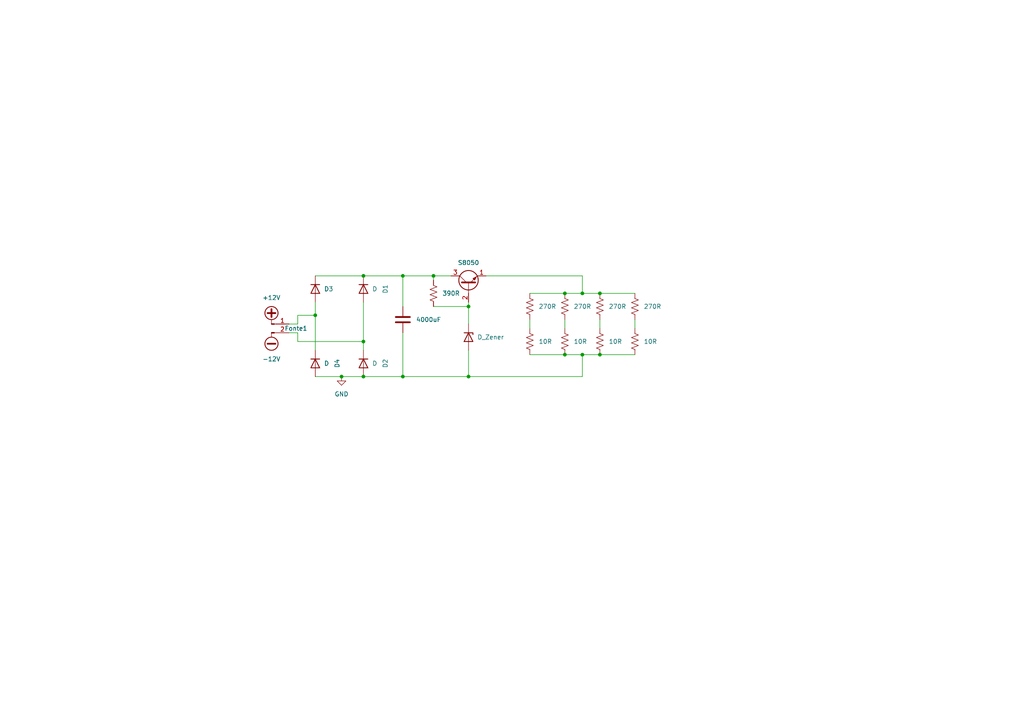
<source format=kicad_sch>
(kicad_sch
	(version 20250114)
	(generator "eeschema")
	(generator_version "9.0")
	(uuid "102bb93a-5b2f-496c-a9f7-b187bfed66e2")
	(paper "A4")
	(lib_symbols
		(symbol "Connector:Conn_01x02_Pin"
			(pin_names
				(offset 1.016)
				(hide yes)
			)
			(exclude_from_sim no)
			(in_bom yes)
			(on_board yes)
			(property "Reference" "J"
				(at 0 2.54 0)
				(effects
					(font
						(size 1.27 1.27)
					)
				)
			)
			(property "Value" "Conn_01x02_Pin"
				(at 0 -5.08 0)
				(effects
					(font
						(size 1.27 1.27)
					)
				)
			)
			(property "Footprint" ""
				(at 0 0 0)
				(effects
					(font
						(size 1.27 1.27)
					)
					(hide yes)
				)
			)
			(property "Datasheet" "~"
				(at 0 0 0)
				(effects
					(font
						(size 1.27 1.27)
					)
					(hide yes)
				)
			)
			(property "Description" "Generic connector, single row, 01x02, script generated"
				(at 0 0 0)
				(effects
					(font
						(size 1.27 1.27)
					)
					(hide yes)
				)
			)
			(property "ki_locked" ""
				(at 0 0 0)
				(effects
					(font
						(size 1.27 1.27)
					)
				)
			)
			(property "ki_keywords" "connector"
				(at 0 0 0)
				(effects
					(font
						(size 1.27 1.27)
					)
					(hide yes)
				)
			)
			(property "ki_fp_filters" "Connector*:*_1x??_*"
				(at 0 0 0)
				(effects
					(font
						(size 1.27 1.27)
					)
					(hide yes)
				)
			)
			(symbol "Conn_01x02_Pin_1_1"
				(rectangle
					(start 0.8636 0.127)
					(end 0 -0.127)
					(stroke
						(width 0.1524)
						(type default)
					)
					(fill
						(type outline)
					)
				)
				(rectangle
					(start 0.8636 -2.413)
					(end 0 -2.667)
					(stroke
						(width 0.1524)
						(type default)
					)
					(fill
						(type outline)
					)
				)
				(polyline
					(pts
						(xy 1.27 0) (xy 0.8636 0)
					)
					(stroke
						(width 0.1524)
						(type default)
					)
					(fill
						(type none)
					)
				)
				(polyline
					(pts
						(xy 1.27 -2.54) (xy 0.8636 -2.54)
					)
					(stroke
						(width 0.1524)
						(type default)
					)
					(fill
						(type none)
					)
				)
				(pin passive line
					(at 5.08 0 180)
					(length 3.81)
					(name "Pin_1"
						(effects
							(font
								(size 1.27 1.27)
							)
						)
					)
					(number "1"
						(effects
							(font
								(size 1.27 1.27)
							)
						)
					)
				)
				(pin passive line
					(at 5.08 -2.54 180)
					(length 3.81)
					(name "Pin_2"
						(effects
							(font
								(size 1.27 1.27)
							)
						)
					)
					(number "2"
						(effects
							(font
								(size 1.27 1.27)
							)
						)
					)
				)
			)
			(embedded_fonts no)
		)
		(symbol "Device:C"
			(pin_numbers
				(hide yes)
			)
			(pin_names
				(offset 0.254)
			)
			(exclude_from_sim no)
			(in_bom yes)
			(on_board yes)
			(property "Reference" "C"
				(at 0.635 2.54 0)
				(effects
					(font
						(size 1.27 1.27)
					)
					(justify left)
				)
			)
			(property "Value" "C"
				(at 0.635 -2.54 0)
				(effects
					(font
						(size 1.27 1.27)
					)
					(justify left)
				)
			)
			(property "Footprint" ""
				(at 0.9652 -3.81 0)
				(effects
					(font
						(size 1.27 1.27)
					)
					(hide yes)
				)
			)
			(property "Datasheet" "~"
				(at 0 0 0)
				(effects
					(font
						(size 1.27 1.27)
					)
					(hide yes)
				)
			)
			(property "Description" "Unpolarized capacitor"
				(at 0 0 0)
				(effects
					(font
						(size 1.27 1.27)
					)
					(hide yes)
				)
			)
			(property "ki_keywords" "cap capacitor"
				(at 0 0 0)
				(effects
					(font
						(size 1.27 1.27)
					)
					(hide yes)
				)
			)
			(property "ki_fp_filters" "C_*"
				(at 0 0 0)
				(effects
					(font
						(size 1.27 1.27)
					)
					(hide yes)
				)
			)
			(symbol "C_0_1"
				(polyline
					(pts
						(xy -2.032 0.762) (xy 2.032 0.762)
					)
					(stroke
						(width 0.508)
						(type default)
					)
					(fill
						(type none)
					)
				)
				(polyline
					(pts
						(xy -2.032 -0.762) (xy 2.032 -0.762)
					)
					(stroke
						(width 0.508)
						(type default)
					)
					(fill
						(type none)
					)
				)
			)
			(symbol "C_1_1"
				(pin passive line
					(at 0 3.81 270)
					(length 2.794)
					(name "~"
						(effects
							(font
								(size 1.27 1.27)
							)
						)
					)
					(number "1"
						(effects
							(font
								(size 1.27 1.27)
							)
						)
					)
				)
				(pin passive line
					(at 0 -3.81 90)
					(length 2.794)
					(name "~"
						(effects
							(font
								(size 1.27 1.27)
							)
						)
					)
					(number "2"
						(effects
							(font
								(size 1.27 1.27)
							)
						)
					)
				)
			)
			(embedded_fonts no)
		)
		(symbol "Device:R_US"
			(pin_numbers
				(hide yes)
			)
			(pin_names
				(offset 0)
			)
			(exclude_from_sim no)
			(in_bom yes)
			(on_board yes)
			(property "Reference" "R"
				(at 2.54 0 90)
				(effects
					(font
						(size 1.27 1.27)
					)
				)
			)
			(property "Value" "R_US"
				(at -2.54 0 90)
				(effects
					(font
						(size 1.27 1.27)
					)
				)
			)
			(property "Footprint" ""
				(at 1.016 -0.254 90)
				(effects
					(font
						(size 1.27 1.27)
					)
					(hide yes)
				)
			)
			(property "Datasheet" "~"
				(at 0 0 0)
				(effects
					(font
						(size 1.27 1.27)
					)
					(hide yes)
				)
			)
			(property "Description" "Resistor, US symbol"
				(at 0 0 0)
				(effects
					(font
						(size 1.27 1.27)
					)
					(hide yes)
				)
			)
			(property "ki_keywords" "R res resistor"
				(at 0 0 0)
				(effects
					(font
						(size 1.27 1.27)
					)
					(hide yes)
				)
			)
			(property "ki_fp_filters" "R_*"
				(at 0 0 0)
				(effects
					(font
						(size 1.27 1.27)
					)
					(hide yes)
				)
			)
			(symbol "R_US_0_1"
				(polyline
					(pts
						(xy 0 2.286) (xy 0 2.54)
					)
					(stroke
						(width 0)
						(type default)
					)
					(fill
						(type none)
					)
				)
				(polyline
					(pts
						(xy 0 2.286) (xy 1.016 1.905) (xy 0 1.524) (xy -1.016 1.143) (xy 0 0.762)
					)
					(stroke
						(width 0)
						(type default)
					)
					(fill
						(type none)
					)
				)
				(polyline
					(pts
						(xy 0 0.762) (xy 1.016 0.381) (xy 0 0) (xy -1.016 -0.381) (xy 0 -0.762)
					)
					(stroke
						(width 0)
						(type default)
					)
					(fill
						(type none)
					)
				)
				(polyline
					(pts
						(xy 0 -0.762) (xy 1.016 -1.143) (xy 0 -1.524) (xy -1.016 -1.905) (xy 0 -2.286)
					)
					(stroke
						(width 0)
						(type default)
					)
					(fill
						(type none)
					)
				)
				(polyline
					(pts
						(xy 0 -2.286) (xy 0 -2.54)
					)
					(stroke
						(width 0)
						(type default)
					)
					(fill
						(type none)
					)
				)
			)
			(symbol "R_US_1_1"
				(pin passive line
					(at 0 3.81 270)
					(length 1.27)
					(name "~"
						(effects
							(font
								(size 1.27 1.27)
							)
						)
					)
					(number "1"
						(effects
							(font
								(size 1.27 1.27)
							)
						)
					)
				)
				(pin passive line
					(at 0 -3.81 90)
					(length 1.27)
					(name "~"
						(effects
							(font
								(size 1.27 1.27)
							)
						)
					)
					(number "2"
						(effects
							(font
								(size 1.27 1.27)
							)
						)
					)
				)
			)
			(embedded_fonts no)
		)
		(symbol "Diode:1N4001"
			(pin_numbers
				(hide yes)
			)
			(pin_names
				(hide yes)
			)
			(exclude_from_sim no)
			(in_bom yes)
			(on_board yes)
			(property "Reference" "D"
				(at 0 2.54 0)
				(effects
					(font
						(size 1.27 1.27)
					)
				)
			)
			(property "Value" "1N4001"
				(at 0 -2.54 0)
				(effects
					(font
						(size 1.27 1.27)
					)
				)
			)
			(property "Footprint" "Diode_THT:D_DO-41_SOD81_P10.16mm_Horizontal"
				(at 0 0 0)
				(effects
					(font
						(size 1.27 1.27)
					)
					(hide yes)
				)
			)
			(property "Datasheet" "http://www.vishay.com/docs/88503/1n4001.pdf"
				(at 0 0 0)
				(effects
					(font
						(size 1.27 1.27)
					)
					(hide yes)
				)
			)
			(property "Description" "50V 1A General Purpose Rectifier Diode, DO-41"
				(at 0 0 0)
				(effects
					(font
						(size 1.27 1.27)
					)
					(hide yes)
				)
			)
			(property "Sim.Device" "D"
				(at 0 0 0)
				(effects
					(font
						(size 1.27 1.27)
					)
					(hide yes)
				)
			)
			(property "Sim.Pins" "1=K 2=A"
				(at 0 0 0)
				(effects
					(font
						(size 1.27 1.27)
					)
					(hide yes)
				)
			)
			(property "ki_keywords" "diode"
				(at 0 0 0)
				(effects
					(font
						(size 1.27 1.27)
					)
					(hide yes)
				)
			)
			(property "ki_fp_filters" "D*DO?41*"
				(at 0 0 0)
				(effects
					(font
						(size 1.27 1.27)
					)
					(hide yes)
				)
			)
			(symbol "1N4001_0_1"
				(polyline
					(pts
						(xy -1.27 1.27) (xy -1.27 -1.27)
					)
					(stroke
						(width 0.254)
						(type default)
					)
					(fill
						(type none)
					)
				)
				(polyline
					(pts
						(xy 1.27 1.27) (xy 1.27 -1.27) (xy -1.27 0) (xy 1.27 1.27)
					)
					(stroke
						(width 0.254)
						(type default)
					)
					(fill
						(type none)
					)
				)
				(polyline
					(pts
						(xy 1.27 0) (xy -1.27 0)
					)
					(stroke
						(width 0)
						(type default)
					)
					(fill
						(type none)
					)
				)
			)
			(symbol "1N4001_1_1"
				(pin passive line
					(at -3.81 0 0)
					(length 2.54)
					(name "K"
						(effects
							(font
								(size 1.27 1.27)
							)
						)
					)
					(number "1"
						(effects
							(font
								(size 1.27 1.27)
							)
						)
					)
				)
				(pin passive line
					(at 3.81 0 180)
					(length 2.54)
					(name "A"
						(effects
							(font
								(size 1.27 1.27)
							)
						)
					)
					(number "2"
						(effects
							(font
								(size 1.27 1.27)
							)
						)
					)
				)
			)
			(embedded_fonts no)
		)
		(symbol "Diode:BZV55B6V2"
			(pin_numbers
				(hide yes)
			)
			(pin_names
				(hide yes)
			)
			(exclude_from_sim no)
			(in_bom yes)
			(on_board yes)
			(property "Reference" "D"
				(at 0 2.54 0)
				(effects
					(font
						(size 1.27 1.27)
					)
				)
			)
			(property "Value" "BZV55B6V2"
				(at 0 -2.54 0)
				(effects
					(font
						(size 1.27 1.27)
					)
				)
			)
			(property "Footprint" "Diode_SMD:D_MiniMELF"
				(at 0 -4.445 0)
				(effects
					(font
						(size 1.27 1.27)
					)
					(hide yes)
				)
			)
			(property "Datasheet" "https://assets.nexperia.com/documents/data-sheet/BZV55_SER.pdf"
				(at 0 0 0)
				(effects
					(font
						(size 1.27 1.27)
					)
					(hide yes)
				)
			)
			(property "Description" "6.2V, 500mW, 2%, Zener diode, MiniMELF"
				(at 0 0 0)
				(effects
					(font
						(size 1.27 1.27)
					)
					(hide yes)
				)
			)
			(property "ki_keywords" "zener diode"
				(at 0 0 0)
				(effects
					(font
						(size 1.27 1.27)
					)
					(hide yes)
				)
			)
			(property "ki_fp_filters" "D*MiniMELF*"
				(at 0 0 0)
				(effects
					(font
						(size 1.27 1.27)
					)
					(hide yes)
				)
			)
			(symbol "BZV55B6V2_0_1"
				(polyline
					(pts
						(xy -1.27 -1.27) (xy -1.27 1.27) (xy -0.762 1.27)
					)
					(stroke
						(width 0.254)
						(type default)
					)
					(fill
						(type none)
					)
				)
				(polyline
					(pts
						(xy 1.27 0) (xy -1.27 0)
					)
					(stroke
						(width 0)
						(type default)
					)
					(fill
						(type none)
					)
				)
				(polyline
					(pts
						(xy 1.27 -1.27) (xy 1.27 1.27) (xy -1.27 0) (xy 1.27 -1.27)
					)
					(stroke
						(width 0.254)
						(type default)
					)
					(fill
						(type none)
					)
				)
			)
			(symbol "BZV55B6V2_1_1"
				(pin passive line
					(at -3.81 0 0)
					(length 2.54)
					(name "K"
						(effects
							(font
								(size 1.27 1.27)
							)
						)
					)
					(number "1"
						(effects
							(font
								(size 1.27 1.27)
							)
						)
					)
				)
				(pin passive line
					(at 3.81 0 180)
					(length 2.54)
					(name "A"
						(effects
							(font
								(size 1.27 1.27)
							)
						)
					)
					(number "2"
						(effects
							(font
								(size 1.27 1.27)
							)
						)
					)
				)
			)
			(embedded_fonts no)
		)
		(symbol "Transistor_BJT:S8050"
			(pin_names
				(offset 0)
				(hide yes)
			)
			(exclude_from_sim no)
			(in_bom yes)
			(on_board yes)
			(property "Reference" "Q"
				(at 5.08 1.905 0)
				(effects
					(font
						(size 1.27 1.27)
					)
					(justify left)
				)
			)
			(property "Value" "S8050"
				(at 5.08 0 0)
				(effects
					(font
						(size 1.27 1.27)
					)
					(justify left)
				)
			)
			(property "Footprint" "Package_TO_SOT_THT:TO-92_Inline"
				(at 5.08 -1.905 0)
				(effects
					(font
						(size 1.27 1.27)
						(italic yes)
					)
					(justify left)
					(hide yes)
				)
			)
			(property "Datasheet" "http://www.unisonic.com.tw/datasheet/S8050.pdf"
				(at 0 0 0)
				(effects
					(font
						(size 1.27 1.27)
					)
					(justify left)
					(hide yes)
				)
			)
			(property "Description" "0.7A Ic, 20V Vce, Low Voltage High Current NPN Transistor, TO-92"
				(at 0 0 0)
				(effects
					(font
						(size 1.27 1.27)
					)
					(hide yes)
				)
			)
			(property "ki_keywords" "S8050 NPN Low Voltage High Current Transistor"
				(at 0 0 0)
				(effects
					(font
						(size 1.27 1.27)
					)
					(hide yes)
				)
			)
			(property "ki_fp_filters" "TO?92*"
				(at 0 0 0)
				(effects
					(font
						(size 1.27 1.27)
					)
					(hide yes)
				)
			)
			(symbol "S8050_0_1"
				(polyline
					(pts
						(xy -2.54 0) (xy 0.635 0)
					)
					(stroke
						(width 0)
						(type default)
					)
					(fill
						(type none)
					)
				)
				(polyline
					(pts
						(xy 0.635 1.905) (xy 0.635 -1.905)
					)
					(stroke
						(width 0.508)
						(type default)
					)
					(fill
						(type none)
					)
				)
				(circle
					(center 1.27 0)
					(radius 2.8194)
					(stroke
						(width 0.254)
						(type default)
					)
					(fill
						(type none)
					)
				)
			)
			(symbol "S8050_1_1"
				(polyline
					(pts
						(xy 0.635 0.635) (xy 2.54 2.54)
					)
					(stroke
						(width 0)
						(type default)
					)
					(fill
						(type none)
					)
				)
				(polyline
					(pts
						(xy 0.635 -0.635) (xy 2.54 -2.54)
					)
					(stroke
						(width 0)
						(type default)
					)
					(fill
						(type none)
					)
				)
				(polyline
					(pts
						(xy 1.27 -1.778) (xy 1.778 -1.27) (xy 2.286 -2.286) (xy 1.27 -1.778)
					)
					(stroke
						(width 0)
						(type default)
					)
					(fill
						(type outline)
					)
				)
				(pin input line
					(at -5.08 0 0)
					(length 2.54)
					(name "B"
						(effects
							(font
								(size 1.27 1.27)
							)
						)
					)
					(number "2"
						(effects
							(font
								(size 1.27 1.27)
							)
						)
					)
				)
				(pin passive line
					(at 2.54 5.08 270)
					(length 2.54)
					(name "C"
						(effects
							(font
								(size 1.27 1.27)
							)
						)
					)
					(number "3"
						(effects
							(font
								(size 1.27 1.27)
							)
						)
					)
				)
				(pin passive line
					(at 2.54 -5.08 90)
					(length 2.54)
					(name "E"
						(effects
							(font
								(size 1.27 1.27)
							)
						)
					)
					(number "1"
						(effects
							(font
								(size 1.27 1.27)
							)
						)
					)
				)
			)
			(embedded_fonts no)
		)
		(symbol "power:+VDC"
			(power)
			(pin_numbers
				(hide yes)
			)
			(pin_names
				(offset 0)
				(hide yes)
			)
			(exclude_from_sim no)
			(in_bom yes)
			(on_board yes)
			(property "Reference" "#PWR"
				(at 0 -2.54 0)
				(effects
					(font
						(size 1.27 1.27)
					)
					(hide yes)
				)
			)
			(property "Value" "+VDC"
				(at 0 6.35 0)
				(effects
					(font
						(size 1.27 1.27)
					)
				)
			)
			(property "Footprint" ""
				(at 0 0 0)
				(effects
					(font
						(size 1.27 1.27)
					)
					(hide yes)
				)
			)
			(property "Datasheet" ""
				(at 0 0 0)
				(effects
					(font
						(size 1.27 1.27)
					)
					(hide yes)
				)
			)
			(property "Description" "Power symbol creates a global label with name \"+VDC\""
				(at 0 0 0)
				(effects
					(font
						(size 1.27 1.27)
					)
					(hide yes)
				)
			)
			(property "ki_keywords" "global power"
				(at 0 0 0)
				(effects
					(font
						(size 1.27 1.27)
					)
					(hide yes)
				)
			)
			(symbol "+VDC_0_1"
				(polyline
					(pts
						(xy -1.143 3.175) (xy 1.143 3.175)
					)
					(stroke
						(width 0.508)
						(type default)
					)
					(fill
						(type none)
					)
				)
				(circle
					(center 0 3.175)
					(radius 1.905)
					(stroke
						(width 0.254)
						(type default)
					)
					(fill
						(type none)
					)
				)
				(polyline
					(pts
						(xy 0 2.032) (xy 0 4.318)
					)
					(stroke
						(width 0.508)
						(type default)
					)
					(fill
						(type none)
					)
				)
				(polyline
					(pts
						(xy 0 0) (xy 0 1.27)
					)
					(stroke
						(width 0)
						(type default)
					)
					(fill
						(type none)
					)
				)
			)
			(symbol "+VDC_1_1"
				(pin power_in line
					(at 0 0 90)
					(length 0)
					(name "~"
						(effects
							(font
								(size 1.27 1.27)
							)
						)
					)
					(number "1"
						(effects
							(font
								(size 1.27 1.27)
							)
						)
					)
				)
			)
			(embedded_fonts no)
		)
		(symbol "power:-VDC"
			(power)
			(pin_numbers
				(hide yes)
			)
			(pin_names
				(offset 0)
				(hide yes)
			)
			(exclude_from_sim no)
			(in_bom yes)
			(on_board yes)
			(property "Reference" "#PWR"
				(at 0 -2.54 0)
				(effects
					(font
						(size 1.27 1.27)
					)
					(hide yes)
				)
			)
			(property "Value" "-VDC"
				(at 0 6.35 0)
				(effects
					(font
						(size 1.27 1.27)
					)
				)
			)
			(property "Footprint" ""
				(at 0 0 0)
				(effects
					(font
						(size 1.27 1.27)
					)
					(hide yes)
				)
			)
			(property "Datasheet" ""
				(at 0 0 0)
				(effects
					(font
						(size 1.27 1.27)
					)
					(hide yes)
				)
			)
			(property "Description" "Power symbol creates a global label with name \"-VDC\""
				(at 0 0 0)
				(effects
					(font
						(size 1.27 1.27)
					)
					(hide yes)
				)
			)
			(property "ki_keywords" "global power"
				(at 0 0 0)
				(effects
					(font
						(size 1.27 1.27)
					)
					(hide yes)
				)
			)
			(symbol "-VDC_0_1"
				(polyline
					(pts
						(xy -1.143 3.175) (xy 1.143 3.175)
					)
					(stroke
						(width 0.508)
						(type default)
					)
					(fill
						(type none)
					)
				)
				(circle
					(center 0 3.175)
					(radius 1.905)
					(stroke
						(width 0.254)
						(type default)
					)
					(fill
						(type none)
					)
				)
				(polyline
					(pts
						(xy 0 0) (xy 0 1.27)
					)
					(stroke
						(width 0)
						(type default)
					)
					(fill
						(type none)
					)
				)
			)
			(symbol "-VDC_1_1"
				(pin power_in line
					(at 0 0 90)
					(length 0)
					(name "~"
						(effects
							(font
								(size 1.27 1.27)
							)
						)
					)
					(number "1"
						(effects
							(font
								(size 1.27 1.27)
							)
						)
					)
				)
			)
			(embedded_fonts no)
		)
		(symbol "power:GND"
			(power)
			(pin_numbers
				(hide yes)
			)
			(pin_names
				(offset 0)
				(hide yes)
			)
			(exclude_from_sim no)
			(in_bom yes)
			(on_board yes)
			(property "Reference" "#PWR"
				(at 0 -6.35 0)
				(effects
					(font
						(size 1.27 1.27)
					)
					(hide yes)
				)
			)
			(property "Value" "GND"
				(at 0 -3.81 0)
				(effects
					(font
						(size 1.27 1.27)
					)
				)
			)
			(property "Footprint" ""
				(at 0 0 0)
				(effects
					(font
						(size 1.27 1.27)
					)
					(hide yes)
				)
			)
			(property "Datasheet" ""
				(at 0 0 0)
				(effects
					(font
						(size 1.27 1.27)
					)
					(hide yes)
				)
			)
			(property "Description" "Power symbol creates a global label with name \"GND\" , ground"
				(at 0 0 0)
				(effects
					(font
						(size 1.27 1.27)
					)
					(hide yes)
				)
			)
			(property "ki_keywords" "global power"
				(at 0 0 0)
				(effects
					(font
						(size 1.27 1.27)
					)
					(hide yes)
				)
			)
			(symbol "GND_0_1"
				(polyline
					(pts
						(xy 0 0) (xy 0 -1.27) (xy 1.27 -1.27) (xy 0 -2.54) (xy -1.27 -1.27) (xy 0 -1.27)
					)
					(stroke
						(width 0)
						(type default)
					)
					(fill
						(type none)
					)
				)
			)
			(symbol "GND_1_1"
				(pin power_in line
					(at 0 0 270)
					(length 0)
					(name "~"
						(effects
							(font
								(size 1.27 1.27)
							)
						)
					)
					(number "1"
						(effects
							(font
								(size 1.27 1.27)
							)
						)
					)
				)
			)
			(embedded_fonts no)
		)
	)
	(junction
		(at 163.83 102.87)
		(diameter 0)
		(color 0 0 0 0)
		(uuid "03c18d1b-d96e-432e-bf30-ca872b2266e0")
	)
	(junction
		(at 168.91 85.09)
		(diameter 0)
		(color 0 0 0 0)
		(uuid "083aea9d-4941-4037-92dd-0bf9b76ceddb")
	)
	(junction
		(at 105.41 109.22)
		(diameter 0)
		(color 0 0 0 0)
		(uuid "16ba34b2-a289-4dec-ba30-d1d3f78ce441")
	)
	(junction
		(at 99.06 109.22)
		(diameter 0)
		(color 0 0 0 0)
		(uuid "295b022f-b664-4675-9337-933d814a1f44")
	)
	(junction
		(at 91.44 91.44)
		(diameter 0)
		(color 0 0 0 0)
		(uuid "2f0ba4a8-bac2-4ba5-9030-583dac9ec0ef")
	)
	(junction
		(at 116.84 80.01)
		(diameter 0)
		(color 0 0 0 0)
		(uuid "34b6eaf1-6644-46fe-a918-f2aa83a4e28a")
	)
	(junction
		(at 105.41 99.06)
		(diameter 0)
		(color 0 0 0 0)
		(uuid "357d593c-c9b8-4ebb-b272-6f3cc2cc0c7e")
	)
	(junction
		(at 163.83 85.09)
		(diameter 0)
		(color 0 0 0 0)
		(uuid "4b24e2b4-f281-4d61-a46c-bf159e9e789e")
	)
	(junction
		(at 125.73 80.01)
		(diameter 0)
		(color 0 0 0 0)
		(uuid "5eee734c-a91e-4438-98f2-14682a43cc24")
	)
	(junction
		(at 173.99 102.87)
		(diameter 0)
		(color 0 0 0 0)
		(uuid "70735c05-b5ba-4bbb-b8e6-0d4db2deb290")
	)
	(junction
		(at 168.91 102.87)
		(diameter 0)
		(color 0 0 0 0)
		(uuid "b2cbe071-f545-4acd-97d3-5b05dbcd70e8")
	)
	(junction
		(at 105.41 80.01)
		(diameter 0)
		(color 0 0 0 0)
		(uuid "d25a87aa-aa4b-4b99-b450-a9e7a59b89c7")
	)
	(junction
		(at 173.99 85.09)
		(diameter 0)
		(color 0 0 0 0)
		(uuid "d77e46b0-3718-4cc5-8841-5f24c03083fa")
	)
	(junction
		(at 135.89 88.9)
		(diameter 0)
		(color 0 0 0 0)
		(uuid "db20e961-f0a8-469a-bd55-4f4a615187b9")
	)
	(junction
		(at 135.89 109.22)
		(diameter 0)
		(color 0 0 0 0)
		(uuid "e99ca54a-dff0-4708-b35d-d4cd1040dfc5")
	)
	(junction
		(at 116.84 109.22)
		(diameter 0)
		(color 0 0 0 0)
		(uuid "f8db70a4-3047-4bc2-ad23-e7a4c3f62eed")
	)
	(wire
		(pts
			(xy 91.44 80.01) (xy 105.41 80.01)
		)
		(stroke
			(width 0)
			(type default)
		)
		(uuid "0364064c-f6d5-43c3-95dd-df33009e7891")
	)
	(wire
		(pts
			(xy 173.99 92.71) (xy 173.99 95.25)
		)
		(stroke
			(width 0)
			(type default)
		)
		(uuid "0e8e2e73-3896-4c6a-b501-286d8ff49e37")
	)
	(wire
		(pts
			(xy 116.84 88.9) (xy 116.84 80.01)
		)
		(stroke
			(width 0)
			(type default)
		)
		(uuid "10cad056-3e3b-4f0c-8d9a-28a645bf6cd3")
	)
	(wire
		(pts
			(xy 86.36 91.44) (xy 91.44 91.44)
		)
		(stroke
			(width 0)
			(type default)
		)
		(uuid "16aa6602-d2d7-4810-b560-93a7314c8283")
	)
	(wire
		(pts
			(xy 135.89 88.9) (xy 135.89 93.98)
		)
		(stroke
			(width 0)
			(type default)
		)
		(uuid "20815e57-9a18-4cd0-b3c0-a2ead55100f7")
	)
	(wire
		(pts
			(xy 168.91 109.22) (xy 135.89 109.22)
		)
		(stroke
			(width 0)
			(type default)
		)
		(uuid "2571c5e1-510f-4874-94f3-57dd34d99f3a")
	)
	(wire
		(pts
			(xy 86.36 93.98) (xy 86.36 91.44)
		)
		(stroke
			(width 0)
			(type default)
		)
		(uuid "2bf1a169-a335-41f8-bb19-55e61148eb2b")
	)
	(wire
		(pts
			(xy 116.84 96.52) (xy 116.84 109.22)
		)
		(stroke
			(width 0)
			(type default)
		)
		(uuid "2fc44917-23f2-40eb-9f76-267e12e95937")
	)
	(wire
		(pts
			(xy 163.83 92.71) (xy 163.83 95.25)
		)
		(stroke
			(width 0)
			(type default)
		)
		(uuid "33b44b35-6eba-4930-8965-70563e99d207")
	)
	(wire
		(pts
			(xy 105.41 99.06) (xy 105.41 101.6)
		)
		(stroke
			(width 0)
			(type default)
		)
		(uuid "39c9583e-ca9e-4773-b1ec-e3505c37942e")
	)
	(wire
		(pts
			(xy 125.73 80.01) (xy 125.73 81.28)
		)
		(stroke
			(width 0)
			(type default)
		)
		(uuid "4129de4f-30b2-4e12-aadc-aab7dcd6edb4")
	)
	(wire
		(pts
			(xy 153.67 85.09) (xy 163.83 85.09)
		)
		(stroke
			(width 0)
			(type default)
		)
		(uuid "42829b74-1c23-4183-9b7f-e6596c3d9a7d")
	)
	(wire
		(pts
			(xy 184.15 92.71) (xy 184.15 95.25)
		)
		(stroke
			(width 0)
			(type default)
		)
		(uuid "4b1ec347-b893-4af0-a070-e25893f85457")
	)
	(wire
		(pts
			(xy 135.89 101.6) (xy 135.89 109.22)
		)
		(stroke
			(width 0)
			(type default)
		)
		(uuid "4b653a30-984d-4b86-96be-aefcbd5a2512")
	)
	(wire
		(pts
			(xy 173.99 102.87) (xy 184.15 102.87)
		)
		(stroke
			(width 0)
			(type default)
		)
		(uuid "4bc7ae54-0dcd-4e16-97cd-777da49d51e5")
	)
	(wire
		(pts
			(xy 125.73 80.01) (xy 130.81 80.01)
		)
		(stroke
			(width 0)
			(type default)
		)
		(uuid "4c28412d-2503-4bba-9ebb-f72d53e5d7e6")
	)
	(wire
		(pts
			(xy 116.84 80.01) (xy 105.41 80.01)
		)
		(stroke
			(width 0)
			(type default)
		)
		(uuid "4d6bd92c-45f1-4d9b-89a9-f9462197cc03")
	)
	(wire
		(pts
			(xy 168.91 85.09) (xy 173.99 85.09)
		)
		(stroke
			(width 0)
			(type default)
		)
		(uuid "59eb1022-ba19-48f2-8a0c-8134ecbf3904")
	)
	(wire
		(pts
			(xy 86.36 96.52) (xy 86.36 99.06)
		)
		(stroke
			(width 0)
			(type default)
		)
		(uuid "6d1f27c3-c568-416e-b456-c9d83525e3c1")
	)
	(wire
		(pts
			(xy 125.73 88.9) (xy 135.89 88.9)
		)
		(stroke
			(width 0)
			(type default)
		)
		(uuid "794de3fa-0f5f-4c78-8ec0-1d47537331b7")
	)
	(wire
		(pts
			(xy 140.97 80.01) (xy 168.91 80.01)
		)
		(stroke
			(width 0)
			(type default)
		)
		(uuid "7cbd4681-303f-41b7-94fa-37392fed02e1")
	)
	(wire
		(pts
			(xy 168.91 102.87) (xy 173.99 102.87)
		)
		(stroke
			(width 0)
			(type default)
		)
		(uuid "87e59d8d-13f6-4ed7-bacc-00c7d0b1e654")
	)
	(wire
		(pts
			(xy 168.91 80.01) (xy 168.91 85.09)
		)
		(stroke
			(width 0)
			(type default)
		)
		(uuid "8fadefb5-e08d-4393-b9b3-f38da51ea2bc")
	)
	(wire
		(pts
			(xy 116.84 109.22) (xy 105.41 109.22)
		)
		(stroke
			(width 0)
			(type default)
		)
		(uuid "9d659652-0cbb-4257-80ff-ec05322efe43")
	)
	(wire
		(pts
			(xy 91.44 109.22) (xy 99.06 109.22)
		)
		(stroke
			(width 0)
			(type default)
		)
		(uuid "aefe53ee-a654-4600-97eb-c60102cb254e")
	)
	(wire
		(pts
			(xy 135.89 87.63) (xy 135.89 88.9)
		)
		(stroke
			(width 0)
			(type default)
		)
		(uuid "b8f3001a-5247-4c16-9b40-3829fa5802c1")
	)
	(wire
		(pts
			(xy 83.82 96.52) (xy 86.36 96.52)
		)
		(stroke
			(width 0)
			(type default)
		)
		(uuid "b9ce3002-436d-4214-bb53-28251865d85b")
	)
	(wire
		(pts
			(xy 163.83 85.09) (xy 168.91 85.09)
		)
		(stroke
			(width 0)
			(type default)
		)
		(uuid "b9f833b3-78a2-4ce3-998c-735f8bc83e14")
	)
	(wire
		(pts
			(xy 173.99 85.09) (xy 184.15 85.09)
		)
		(stroke
			(width 0)
			(type default)
		)
		(uuid "bb23d6cb-2b4f-4529-9d97-b066cc2636e7")
	)
	(wire
		(pts
			(xy 86.36 99.06) (xy 105.41 99.06)
		)
		(stroke
			(width 0)
			(type default)
		)
		(uuid "bb65c4c8-01b5-48a6-8545-9000ea652b26")
	)
	(wire
		(pts
			(xy 168.91 102.87) (xy 168.91 109.22)
		)
		(stroke
			(width 0)
			(type default)
		)
		(uuid "c4a5519b-aa08-4c28-b56b-dc318db60a4e")
	)
	(wire
		(pts
			(xy 163.83 102.87) (xy 168.91 102.87)
		)
		(stroke
			(width 0)
			(type default)
		)
		(uuid "d1f55603-e341-480a-b11a-1e6a2a3bd0cf")
	)
	(wire
		(pts
			(xy 153.67 92.71) (xy 153.67 95.25)
		)
		(stroke
			(width 0)
			(type default)
		)
		(uuid "d3b3ef9a-c1be-4ecd-b60f-d5eafc68dd31")
	)
	(wire
		(pts
			(xy 116.84 80.01) (xy 125.73 80.01)
		)
		(stroke
			(width 0)
			(type default)
		)
		(uuid "d5bf5dfd-c05b-44b8-8849-fdc541b8674e")
	)
	(wire
		(pts
			(xy 105.41 87.63) (xy 105.41 99.06)
		)
		(stroke
			(width 0)
			(type default)
		)
		(uuid "da6197d0-b036-4d8d-9465-8a2aea3b4f67")
	)
	(wire
		(pts
			(xy 91.44 91.44) (xy 91.44 101.6)
		)
		(stroke
			(width 0)
			(type default)
		)
		(uuid "de4a35af-d4f8-45b9-b56a-eac1af03b249")
	)
	(wire
		(pts
			(xy 83.82 93.98) (xy 86.36 93.98)
		)
		(stroke
			(width 0)
			(type default)
		)
		(uuid "e4b925aa-d46a-45f4-951c-b3898a7b1e44")
	)
	(wire
		(pts
			(xy 91.44 87.63) (xy 91.44 91.44)
		)
		(stroke
			(width 0)
			(type default)
		)
		(uuid "e6ee9281-3dc8-41ae-9862-462c015b2b12")
	)
	(wire
		(pts
			(xy 99.06 109.22) (xy 105.41 109.22)
		)
		(stroke
			(width 0)
			(type default)
		)
		(uuid "f771543b-1e77-48f9-ba15-5c06d390ebad")
	)
	(wire
		(pts
			(xy 135.89 109.22) (xy 116.84 109.22)
		)
		(stroke
			(width 0)
			(type default)
		)
		(uuid "f91b7e22-2736-4053-bf47-78aa5047dd07")
	)
	(wire
		(pts
			(xy 153.67 102.87) (xy 163.83 102.87)
		)
		(stroke
			(width 0)
			(type default)
		)
		(uuid "ff50c776-a17a-407b-971d-9223c82ec65b")
	)
	(symbol
		(lib_id "Device:R_US")
		(at 153.67 88.9 0)
		(unit 1)
		(exclude_from_sim no)
		(in_bom yes)
		(on_board yes)
		(dnp no)
		(fields_autoplaced yes)
		(uuid "04714a9d-c79b-437e-a6e3-e9fb1d498fce")
		(property "Reference" "R1"
			(at 156.21 87.6299 0)
			(effects
				(font
					(size 1.27 1.27)
				)
				(justify left)
				(hide yes)
			)
		)
		(property "Value" "270R"
			(at 156.21 88.8999 0)
			(effects
				(font
					(size 1.27 1.27)
				)
				(justify left)
			)
		)
		(property "Footprint" "Resistor_THT:R_Axial_DIN0207_L6.3mm_D2.5mm_P10.16mm_Horizontal"
			(at 154.686 89.154 90)
			(effects
				(font
					(size 1.27 1.27)
				)
				(hide yes)
			)
		)
		(property "Datasheet" "~"
			(at 153.67 88.9 0)
			(effects
				(font
					(size 1.27 1.27)
				)
				(hide yes)
			)
		)
		(property "Description" "Resistor, US symbol"
			(at 153.67 88.9 0)
			(effects
				(font
					(size 1.27 1.27)
				)
				(hide yes)
			)
		)
		(pin "2"
			(uuid "25cb475d-65e6-4e93-87a6-89bf43094ad2")
		)
		(pin "1"
			(uuid "e826ed2f-82b4-4861-bb40-5fa19ad35c0c")
		)
		(instances
			(project "microeletronica"
				(path "/102bb93a-5b2f-496c-a9f7-b187bfed66e2"
					(reference "R1")
					(unit 1)
				)
			)
		)
	)
	(symbol
		(lib_id "Connector:Conn_01x02_Pin")
		(at 78.74 93.98 0)
		(unit 1)
		(exclude_from_sim no)
		(in_bom yes)
		(on_board yes)
		(dnp no)
		(uuid "21c73a52-f4d7-4a55-9ad8-1c86adcb3e08")
		(property "Reference" "Fonte1"
			(at 85.852 95.25 0)
			(effects
				(font
					(size 1.27 1.27)
				)
			)
		)
		(property "Value" "Conn_01x02_Pin"
			(at 79.375 91.44 0)
			(effects
				(font
					(size 1.27 1.27)
				)
				(hide yes)
			)
		)
		(property "Footprint" "Connector_PinHeader_2.54mm:PinHeader_1x02_P2.54mm_Vertical"
			(at 78.74 93.98 0)
			(effects
				(font
					(size 1.27 1.27)
				)
				(hide yes)
			)
		)
		(property "Datasheet" "~"
			(at 78.74 93.98 0)
			(effects
				(font
					(size 1.27 1.27)
				)
				(hide yes)
			)
		)
		(property "Description" "Generic connector, single row, 01x02, script generated"
			(at 78.74 93.98 0)
			(effects
				(font
					(size 1.27 1.27)
				)
				(hide yes)
			)
		)
		(pin "1"
			(uuid "26065537-b928-4728-920f-24d67a4b1a0e")
		)
		(pin "2"
			(uuid "02f4d031-db8e-496c-ab44-5c2e24f0bb41")
		)
		(instances
			(project ""
				(path "/102bb93a-5b2f-496c-a9f7-b187bfed66e2"
					(reference "Fonte1")
					(unit 1)
				)
			)
		)
	)
	(symbol
		(lib_id "power:GND")
		(at 99.06 109.22 0)
		(unit 1)
		(exclude_from_sim no)
		(in_bom yes)
		(on_board yes)
		(dnp no)
		(fields_autoplaced yes)
		(uuid "4500f39e-8002-4019-a7ae-6391b289b08f")
		(property "Reference" "#PWR02"
			(at 99.06 115.57 0)
			(effects
				(font
					(size 1.27 1.27)
				)
				(hide yes)
			)
		)
		(property "Value" "GND"
			(at 99.06 114.3 0)
			(effects
				(font
					(size 1.27 1.27)
				)
			)
		)
		(property "Footprint" ""
			(at 99.06 109.22 0)
			(effects
				(font
					(size 1.27 1.27)
				)
				(hide yes)
			)
		)
		(property "Datasheet" ""
			(at 99.06 109.22 0)
			(effects
				(font
					(size 1.27 1.27)
				)
				(hide yes)
			)
		)
		(property "Description" "Power symbol creates a global label with name \"GND\" , ground"
			(at 99.06 109.22 0)
			(effects
				(font
					(size 1.27 1.27)
				)
				(hide yes)
			)
		)
		(pin "1"
			(uuid "fafb9207-5b68-4b99-a258-9311243fe729")
		)
		(instances
			(project ""
				(path "/102bb93a-5b2f-496c-a9f7-b187bfed66e2"
					(reference "#PWR02")
					(unit 1)
				)
			)
		)
	)
	(symbol
		(lib_id "Diode:1N4001")
		(at 105.41 105.41 270)
		(unit 1)
		(exclude_from_sim no)
		(in_bom yes)
		(on_board yes)
		(dnp no)
		(fields_autoplaced yes)
		(uuid "54de4d0f-0ca5-4de3-91f2-d948d76eb51a")
		(property "Reference" "D2"
			(at 111.76 105.41 0)
			(effects
				(font
					(size 1.27 1.27)
				)
			)
		)
		(property "Value" "D"
			(at 107.95 105.4099 90)
			(effects
				(font
					(size 1.27 1.27)
				)
				(justify left)
			)
		)
		(property "Footprint" "Diode_THT:D_DO-41_SOD81_P10.16mm_Horizontal"
			(at 105.41 105.41 0)
			(effects
				(font
					(size 1.27 1.27)
				)
				(hide yes)
			)
		)
		(property "Datasheet" "http://www.vishay.com/docs/88503/1n4001.pdf"
			(at 105.41 105.41 0)
			(effects
				(font
					(size 1.27 1.27)
				)
				(hide yes)
			)
		)
		(property "Description" "50V 1A General Purpose Rectifier Diode, DO-41"
			(at 105.41 105.41 0)
			(effects
				(font
					(size 1.27 1.27)
				)
				(hide yes)
			)
		)
		(property "Sim.Device" "D"
			(at 105.41 105.41 0)
			(effects
				(font
					(size 1.27 1.27)
				)
				(hide yes)
			)
		)
		(property "Sim.Pins" "1=K 2=A"
			(at 105.41 105.41 0)
			(effects
				(font
					(size 1.27 1.27)
				)
				(hide yes)
			)
		)
		(pin "1"
			(uuid "e93829bf-f3b8-4dcf-98df-e2a866fa3b2f")
		)
		(pin "2"
			(uuid "3a209877-fdaf-4b26-a245-437f253119d9")
		)
		(instances
			(project ""
				(path "/102bb93a-5b2f-496c-a9f7-b187bfed66e2"
					(reference "D2")
					(unit 1)
				)
			)
		)
	)
	(symbol
		(lib_id "Device:R_US")
		(at 184.15 88.9 0)
		(unit 1)
		(exclude_from_sim no)
		(in_bom yes)
		(on_board yes)
		(dnp no)
		(fields_autoplaced yes)
		(uuid "57e7b412-e254-46a4-8014-9fe8d1c0d734")
		(property "Reference" "R7"
			(at 186.69 87.6299 0)
			(effects
				(font
					(size 1.27 1.27)
				)
				(justify left)
				(hide yes)
			)
		)
		(property "Value" "270R"
			(at 186.69 88.8999 0)
			(effects
				(font
					(size 1.27 1.27)
				)
				(justify left)
			)
		)
		(property "Footprint" "Resistor_THT:R_Axial_DIN0207_L6.3mm_D2.5mm_P10.16mm_Horizontal"
			(at 185.166 89.154 90)
			(effects
				(font
					(size 1.27 1.27)
				)
				(hide yes)
			)
		)
		(property "Datasheet" "~"
			(at 184.15 88.9 0)
			(effects
				(font
					(size 1.27 1.27)
				)
				(hide yes)
			)
		)
		(property "Description" "Resistor, US symbol"
			(at 184.15 88.9 0)
			(effects
				(font
					(size 1.27 1.27)
				)
				(hide yes)
			)
		)
		(pin "2"
			(uuid "0ddf361e-1a1a-430f-a048-eb10fcb73ee6")
		)
		(pin "1"
			(uuid "31c535a3-c525-4a42-8305-f08dc075d188")
		)
		(instances
			(project "microeletronica"
				(path "/102bb93a-5b2f-496c-a9f7-b187bfed66e2"
					(reference "R7")
					(unit 1)
				)
			)
		)
	)
	(symbol
		(lib_id "power:+VDC")
		(at 78.74 93.98 0)
		(unit 1)
		(exclude_from_sim no)
		(in_bom yes)
		(on_board yes)
		(dnp no)
		(fields_autoplaced yes)
		(uuid "58d6c459-c6f7-484b-ba98-9727869f896a")
		(property "Reference" "#PWR03"
			(at 78.74 96.52 0)
			(effects
				(font
					(size 1.27 1.27)
				)
				(hide yes)
			)
		)
		(property "Value" "+12V"
			(at 78.74 86.36 0)
			(effects
				(font
					(size 1.27 1.27)
				)
			)
		)
		(property "Footprint" ""
			(at 78.74 93.98 0)
			(effects
				(font
					(size 1.27 1.27)
				)
				(hide yes)
			)
		)
		(property "Datasheet" ""
			(at 78.74 93.98 0)
			(effects
				(font
					(size 1.27 1.27)
				)
				(hide yes)
			)
		)
		(property "Description" "Power symbol creates a global label with name \"+VDC\""
			(at 78.74 93.98 0)
			(effects
				(font
					(size 1.27 1.27)
				)
				(hide yes)
			)
		)
		(pin "1"
			(uuid "a307ad8f-ca80-42c5-9b95-84567c823250")
		)
		(instances
			(project ""
				(path "/102bb93a-5b2f-496c-a9f7-b187bfed66e2"
					(reference "#PWR03")
					(unit 1)
				)
			)
		)
	)
	(symbol
		(lib_id "Device:R_US")
		(at 163.83 99.06 0)
		(unit 1)
		(exclude_from_sim no)
		(in_bom yes)
		(on_board yes)
		(dnp no)
		(fields_autoplaced yes)
		(uuid "59dd8a40-95c7-40d5-9354-fae8dee04ac7")
		(property "Reference" "R4"
			(at 166.37 97.7899 0)
			(effects
				(font
					(size 1.27 1.27)
				)
				(justify left)
				(hide yes)
			)
		)
		(property "Value" "10R"
			(at 166.37 99.0599 0)
			(effects
				(font
					(size 1.27 1.27)
				)
				(justify left)
			)
		)
		(property "Footprint" "Resistor_THT:R_Axial_DIN0207_L6.3mm_D2.5mm_P10.16mm_Horizontal"
			(at 164.846 99.314 90)
			(effects
				(font
					(size 1.27 1.27)
				)
				(hide yes)
			)
		)
		(property "Datasheet" "~"
			(at 163.83 99.06 0)
			(effects
				(font
					(size 1.27 1.27)
				)
				(hide yes)
			)
		)
		(property "Description" "Resistor, US symbol"
			(at 163.83 99.06 0)
			(effects
				(font
					(size 1.27 1.27)
				)
				(hide yes)
			)
		)
		(pin "2"
			(uuid "550486ab-9c31-4a4f-bfd7-31276088e8f4")
		)
		(pin "1"
			(uuid "f61a07ab-1775-4a49-b681-e7c9f5a2c55d")
		)
		(instances
			(project "microeletronica"
				(path "/102bb93a-5b2f-496c-a9f7-b187bfed66e2"
					(reference "R4")
					(unit 1)
				)
			)
		)
	)
	(symbol
		(lib_id "Diode:1N4001")
		(at 105.41 83.82 270)
		(unit 1)
		(exclude_from_sim no)
		(in_bom yes)
		(on_board yes)
		(dnp no)
		(fields_autoplaced yes)
		(uuid "61cd2dc0-e2de-48da-a7cd-8a7b21dd7d54")
		(property "Reference" "D1"
			(at 111.76 83.82 0)
			(effects
				(font
					(size 1.27 1.27)
				)
			)
		)
		(property "Value" "D"
			(at 107.95 83.8199 90)
			(effects
				(font
					(size 1.27 1.27)
				)
				(justify left)
			)
		)
		(property "Footprint" "Diode_THT:D_DO-41_SOD81_P10.16mm_Horizontal"
			(at 105.41 83.82 0)
			(effects
				(font
					(size 1.27 1.27)
				)
				(hide yes)
			)
		)
		(property "Datasheet" "http://www.vishay.com/docs/88503/1n4001.pdf"
			(at 105.41 83.82 0)
			(effects
				(font
					(size 1.27 1.27)
				)
				(hide yes)
			)
		)
		(property "Description" "50V 1A General Purpose Rectifier Diode, DO-41"
			(at 105.41 83.82 0)
			(effects
				(font
					(size 1.27 1.27)
				)
				(hide yes)
			)
		)
		(property "Sim.Device" "D"
			(at 105.41 83.82 0)
			(effects
				(font
					(size 1.27 1.27)
				)
				(hide yes)
			)
		)
		(property "Sim.Pins" "1=K 2=A"
			(at 105.41 83.82 0)
			(effects
				(font
					(size 1.27 1.27)
				)
				(hide yes)
			)
		)
		(pin "2"
			(uuid "e41af184-e68f-4927-922d-0d4dec376677")
		)
		(pin "1"
			(uuid "303ab62b-834a-4f11-a980-a35e5950dc1c")
		)
		(instances
			(project ""
				(path "/102bb93a-5b2f-496c-a9f7-b187bfed66e2"
					(reference "D1")
					(unit 1)
				)
			)
		)
	)
	(symbol
		(lib_id "Device:R_US")
		(at 184.15 99.06 0)
		(unit 1)
		(exclude_from_sim no)
		(in_bom yes)
		(on_board yes)
		(dnp no)
		(fields_autoplaced yes)
		(uuid "75ba0a83-9686-4029-9020-10f45612d069")
		(property "Reference" "R8"
			(at 186.69 97.7899 0)
			(effects
				(font
					(size 1.27 1.27)
				)
				(justify left)
				(hide yes)
			)
		)
		(property "Value" "10R"
			(at 186.69 99.0599 0)
			(effects
				(font
					(size 1.27 1.27)
				)
				(justify left)
			)
		)
		(property "Footprint" "Resistor_THT:R_Axial_DIN0207_L6.3mm_D2.5mm_P10.16mm_Horizontal"
			(at 185.166 99.314 90)
			(effects
				(font
					(size 1.27 1.27)
				)
				(hide yes)
			)
		)
		(property "Datasheet" "~"
			(at 184.15 99.06 0)
			(effects
				(font
					(size 1.27 1.27)
				)
				(hide yes)
			)
		)
		(property "Description" "Resistor, US symbol"
			(at 184.15 99.06 0)
			(effects
				(font
					(size 1.27 1.27)
				)
				(hide yes)
			)
		)
		(pin "2"
			(uuid "56b9664d-480d-4068-9a49-cb2bb9e24c30")
		)
		(pin "1"
			(uuid "a5f4e8cb-f702-4693-9b83-4deed22ee5c9")
		)
		(instances
			(project "microeletronica"
				(path "/102bb93a-5b2f-496c-a9f7-b187bfed66e2"
					(reference "R8")
					(unit 1)
				)
			)
		)
	)
	(symbol
		(lib_id "Diode:1N4001")
		(at 91.44 105.41 270)
		(unit 1)
		(exclude_from_sim no)
		(in_bom yes)
		(on_board yes)
		(dnp no)
		(fields_autoplaced yes)
		(uuid "7b7a88c8-9ba2-41f6-b4bc-2b1a353b4361")
		(property "Reference" "D4"
			(at 97.79 105.41 0)
			(effects
				(font
					(size 1.27 1.27)
				)
			)
		)
		(property "Value" "D"
			(at 93.98 105.4099 90)
			(effects
				(font
					(size 1.27 1.27)
				)
				(justify left)
			)
		)
		(property "Footprint" "Diode_THT:D_DO-41_SOD81_P10.16mm_Horizontal"
			(at 91.44 105.41 0)
			(effects
				(font
					(size 1.27 1.27)
				)
				(hide yes)
			)
		)
		(property "Datasheet" "http://www.vishay.com/docs/88503/1n4001.pdf"
			(at 91.44 105.41 0)
			(effects
				(font
					(size 1.27 1.27)
				)
				(hide yes)
			)
		)
		(property "Description" "50V 1A General Purpose Rectifier Diode, DO-41"
			(at 91.44 105.41 0)
			(effects
				(font
					(size 1.27 1.27)
				)
				(hide yes)
			)
		)
		(property "Sim.Device" "D"
			(at 91.44 105.41 0)
			(effects
				(font
					(size 1.27 1.27)
				)
				(hide yes)
			)
		)
		(property "Sim.Pins" "1=K 2=A"
			(at 91.44 105.41 0)
			(effects
				(font
					(size 1.27 1.27)
				)
				(hide yes)
			)
		)
		(pin "1"
			(uuid "377ce317-52b8-4968-bf5f-9a060c45bb3e")
		)
		(pin "2"
			(uuid "d23556a5-457c-4712-8194-1aeb252af759")
		)
		(instances
			(project ""
				(path "/102bb93a-5b2f-496c-a9f7-b187bfed66e2"
					(reference "D4")
					(unit 1)
				)
			)
		)
	)
	(symbol
		(lib_id "Device:R_US")
		(at 163.83 88.9 0)
		(unit 1)
		(exclude_from_sim no)
		(in_bom yes)
		(on_board yes)
		(dnp no)
		(fields_autoplaced yes)
		(uuid "8b596706-ae96-4c70-aeb0-ff43df1676b7")
		(property "Reference" "R2"
			(at 166.37 87.6299 0)
			(effects
				(font
					(size 1.27 1.27)
				)
				(justify left)
				(hide yes)
			)
		)
		(property "Value" "270R"
			(at 166.37 88.8999 0)
			(effects
				(font
					(size 1.27 1.27)
				)
				(justify left)
			)
		)
		(property "Footprint" "Resistor_THT:R_Axial_DIN0207_L6.3mm_D2.5mm_P10.16mm_Horizontal"
			(at 164.846 89.154 90)
			(effects
				(font
					(size 1.27 1.27)
				)
				(hide yes)
			)
		)
		(property "Datasheet" "~"
			(at 163.83 88.9 0)
			(effects
				(font
					(size 1.27 1.27)
				)
				(hide yes)
			)
		)
		(property "Description" "Resistor, US symbol"
			(at 163.83 88.9 0)
			(effects
				(font
					(size 1.27 1.27)
				)
				(hide yes)
			)
		)
		(pin "2"
			(uuid "ef979c8c-2f41-413e-8f95-314bcf781e70")
		)
		(pin "1"
			(uuid "aeb1643f-9f0c-4057-b8f0-a5b41adae1db")
		)
		(instances
			(project "microeletronica"
				(path "/102bb93a-5b2f-496c-a9f7-b187bfed66e2"
					(reference "R2")
					(unit 1)
				)
			)
		)
	)
	(symbol
		(lib_id "Diode:1N4001")
		(at 91.44 83.82 270)
		(unit 1)
		(exclude_from_sim no)
		(in_bom yes)
		(on_board yes)
		(dnp no)
		(fields_autoplaced yes)
		(uuid "8cbdd9db-cbf0-40c7-b393-2690013b7d73")
		(property "Reference" "D3"
			(at 93.98 83.8199 90)
			(effects
				(font
					(size 1.27 1.27)
				)
				(justify left)
			)
		)
		(property "Value" "D"
			(at 93.98 83.8199 90)
			(effects
				(font
					(size 1.27 1.27)
				)
				(justify left)
			)
		)
		(property "Footprint" "Diode_THT:D_DO-41_SOD81_P10.16mm_Horizontal"
			(at 91.44 83.82 0)
			(effects
				(font
					(size 1.27 1.27)
				)
				(hide yes)
			)
		)
		(property "Datasheet" "http://www.vishay.com/docs/88503/1n4001.pdf"
			(at 91.44 83.82 0)
			(effects
				(font
					(size 1.27 1.27)
				)
				(hide yes)
			)
		)
		(property "Description" "50V 1A General Purpose Rectifier Diode, DO-41"
			(at 91.44 83.82 0)
			(effects
				(font
					(size 1.27 1.27)
				)
				(hide yes)
			)
		)
		(property "Sim.Device" "D"
			(at 91.44 83.82 0)
			(effects
				(font
					(size 1.27 1.27)
				)
				(hide yes)
			)
		)
		(property "Sim.Pins" "1=K 2=A"
			(at 91.44 83.82 0)
			(effects
				(font
					(size 1.27 1.27)
				)
				(hide yes)
			)
		)
		(pin "1"
			(uuid "92a17c9f-e876-4da9-8c9e-ba1f332df3e4")
		)
		(pin "2"
			(uuid "4a6e30c1-5562-4d3d-8063-6a46a0f21dcc")
		)
		(instances
			(project ""
				(path "/102bb93a-5b2f-496c-a9f7-b187bfed66e2"
					(reference "D3")
					(unit 1)
				)
			)
		)
	)
	(symbol
		(lib_id "Device:R_US")
		(at 125.73 85.09 0)
		(unit 1)
		(exclude_from_sim no)
		(in_bom yes)
		(on_board yes)
		(dnp no)
		(fields_autoplaced yes)
		(uuid "964854f2-05f9-466f-b183-12ab9c6cecab")
		(property "Reference" "R9"
			(at 128.27 83.8199 0)
			(effects
				(font
					(size 1.27 1.27)
				)
				(justify left)
				(hide yes)
			)
		)
		(property "Value" "390R"
			(at 128.27 85.0899 0)
			(effects
				(font
					(size 1.27 1.27)
				)
				(justify left)
			)
		)
		(property "Footprint" "Resistor_THT:R_Axial_DIN0207_L6.3mm_D2.5mm_P10.16mm_Horizontal"
			(at 126.746 85.344 90)
			(effects
				(font
					(size 1.27 1.27)
				)
				(hide yes)
			)
		)
		(property "Datasheet" "~"
			(at 125.73 85.09 0)
			(effects
				(font
					(size 1.27 1.27)
				)
				(hide yes)
			)
		)
		(property "Description" "Resistor, US symbol"
			(at 125.73 85.09 0)
			(effects
				(font
					(size 1.27 1.27)
				)
				(hide yes)
			)
		)
		(pin "2"
			(uuid "be50b0d8-48bd-4b26-942f-69829fdc265c")
		)
		(pin "1"
			(uuid "2cc26091-9b57-4960-9533-5018e20e5980")
		)
		(instances
			(project ""
				(path "/102bb93a-5b2f-496c-a9f7-b187bfed66e2"
					(reference "R9")
					(unit 1)
				)
			)
		)
	)
	(symbol
		(lib_id "power:-VDC")
		(at 78.74 96.52 180)
		(unit 1)
		(exclude_from_sim no)
		(in_bom yes)
		(on_board yes)
		(dnp no)
		(fields_autoplaced yes)
		(uuid "a11bd4e2-2fa9-4d76-b95a-0ea4e7fa2b53")
		(property "Reference" "#PWR01"
			(at 78.74 93.98 0)
			(effects
				(font
					(size 1.27 1.27)
				)
				(hide yes)
			)
		)
		(property "Value" "-12V"
			(at 78.74 104.14 0)
			(effects
				(font
					(size 1.27 1.27)
				)
			)
		)
		(property "Footprint" ""
			(at 78.74 96.52 0)
			(effects
				(font
					(size 1.27 1.27)
				)
				(hide yes)
			)
		)
		(property "Datasheet" ""
			(at 78.74 96.52 0)
			(effects
				(font
					(size 1.27 1.27)
				)
				(hide yes)
			)
		)
		(property "Description" "Power symbol creates a global label with name \"-VDC\""
			(at 78.74 96.52 0)
			(effects
				(font
					(size 1.27 1.27)
				)
				(hide yes)
			)
		)
		(pin "1"
			(uuid "4552d294-dab2-4cc0-b3b7-d69b64211916")
		)
		(instances
			(project ""
				(path "/102bb93a-5b2f-496c-a9f7-b187bfed66e2"
					(reference "#PWR01")
					(unit 1)
				)
			)
		)
	)
	(symbol
		(lib_id "Device:R_US")
		(at 153.67 99.06 0)
		(unit 1)
		(exclude_from_sim no)
		(in_bom yes)
		(on_board yes)
		(dnp no)
		(fields_autoplaced yes)
		(uuid "a9183805-2c19-4f8e-aae5-1a0bc47e6217")
		(property "Reference" "R3"
			(at 156.21 97.7899 0)
			(effects
				(font
					(size 1.27 1.27)
				)
				(justify left)
				(hide yes)
			)
		)
		(property "Value" "10R"
			(at 156.21 99.0599 0)
			(effects
				(font
					(size 1.27 1.27)
				)
				(justify left)
			)
		)
		(property "Footprint" "Resistor_THT:R_Axial_DIN0207_L6.3mm_D2.5mm_P10.16mm_Horizontal"
			(at 154.686 99.314 90)
			(effects
				(font
					(size 1.27 1.27)
				)
				(hide yes)
			)
		)
		(property "Datasheet" "~"
			(at 153.67 99.06 0)
			(effects
				(font
					(size 1.27 1.27)
				)
				(hide yes)
			)
		)
		(property "Description" "Resistor, US symbol"
			(at 153.67 99.06 0)
			(effects
				(font
					(size 1.27 1.27)
				)
				(hide yes)
			)
		)
		(pin "2"
			(uuid "97208290-f77f-4fb0-9d71-cc80f13f44b8")
		)
		(pin "1"
			(uuid "affa49a8-1032-40bc-9b47-c9818bdfe22d")
		)
		(instances
			(project "microeletronica"
				(path "/102bb93a-5b2f-496c-a9f7-b187bfed66e2"
					(reference "R3")
					(unit 1)
				)
			)
		)
	)
	(symbol
		(lib_id "Diode:BZV55B6V2")
		(at 135.89 97.79 270)
		(unit 1)
		(exclude_from_sim no)
		(in_bom yes)
		(on_board yes)
		(dnp no)
		(fields_autoplaced yes)
		(uuid "b9d5b800-dfc6-4998-8c19-bda0841c8d1d")
		(property "Reference" "D5"
			(at 138.43 96.5199 90)
			(effects
				(font
					(size 1.27 1.27)
				)
				(justify left)
				(hide yes)
			)
		)
		(property "Value" "D_Zener"
			(at 138.43 97.7899 90)
			(effects
				(font
					(size 1.27 1.27)
				)
				(justify left)
			)
		)
		(property "Footprint" "Diode_SMD:D_MiniMELF"
			(at 131.445 97.79 0)
			(effects
				(font
					(size 1.27 1.27)
				)
				(hide yes)
			)
		)
		(property "Datasheet" "https://assets.nexperia.com/documents/data-sheet/BZV55_SER.pdf"
			(at 135.89 97.79 0)
			(effects
				(font
					(size 1.27 1.27)
				)
				(hide yes)
			)
		)
		(property "Description" "6.2V, 500mW, 2%, Zener diode, MiniMELF"
			(at 135.89 97.79 0)
			(effects
				(font
					(size 1.27 1.27)
				)
				(hide yes)
			)
		)
		(pin "1"
			(uuid "ebbb5282-4e70-4b3b-b50e-1533a8eeab8f")
		)
		(pin "2"
			(uuid "b0e01e0b-b2ee-4e04-935b-8958fb0a7c42")
		)
		(instances
			(project ""
				(path "/102bb93a-5b2f-496c-a9f7-b187bfed66e2"
					(reference "D5")
					(unit 1)
				)
			)
		)
	)
	(symbol
		(lib_id "Transistor_BJT:S8050")
		(at 135.89 82.55 90)
		(unit 1)
		(exclude_from_sim no)
		(in_bom yes)
		(on_board yes)
		(dnp no)
		(fields_autoplaced yes)
		(uuid "c5114aa6-9a43-42b2-9f8c-4834aa3242f0")
		(property "Reference" "Q1"
			(at 135.89 73.66 90)
			(effects
				(font
					(size 1.27 1.27)
				)
				(hide yes)
			)
		)
		(property "Value" "S8050"
			(at 135.89 76.2 90)
			(effects
				(font
					(size 1.27 1.27)
				)
			)
		)
		(property "Footprint" "Package_TO_SOT_THT:TO-92_Inline"
			(at 137.795 77.47 0)
			(effects
				(font
					(size 1.27 1.27)
					(italic yes)
				)
				(justify left)
				(hide yes)
			)
		)
		(property "Datasheet" "http://www.unisonic.com.tw/datasheet/S8050.pdf"
			(at 135.89 82.55 0)
			(effects
				(font
					(size 1.27 1.27)
				)
				(justify left)
				(hide yes)
			)
		)
		(property "Description" "0.7A Ic, 20V Vce, Low Voltage High Current NPN Transistor, TO-92"
			(at 135.89 82.55 0)
			(effects
				(font
					(size 1.27 1.27)
				)
				(hide yes)
			)
		)
		(pin "2"
			(uuid "2c618db1-09c7-47d6-8583-ae761d280a9f")
		)
		(pin "1"
			(uuid "c05b7011-71cb-44f3-93a0-cd0c17d0964a")
		)
		(pin "3"
			(uuid "59919afe-b882-43fd-8b1e-00258957860e")
		)
		(instances
			(project ""
				(path "/102bb93a-5b2f-496c-a9f7-b187bfed66e2"
					(reference "Q1")
					(unit 1)
				)
			)
		)
	)
	(symbol
		(lib_id "Device:R_US")
		(at 173.99 88.9 0)
		(unit 1)
		(exclude_from_sim no)
		(in_bom yes)
		(on_board yes)
		(dnp no)
		(fields_autoplaced yes)
		(uuid "cba60e16-2ff9-47f4-b155-755f77e05883")
		(property "Reference" "R5"
			(at 176.53 87.6299 0)
			(effects
				(font
					(size 1.27 1.27)
				)
				(justify left)
				(hide yes)
			)
		)
		(property "Value" "270R"
			(at 176.53 88.8999 0)
			(effects
				(font
					(size 1.27 1.27)
				)
				(justify left)
			)
		)
		(property "Footprint" "Resistor_THT:R_Axial_DIN0207_L6.3mm_D2.5mm_P10.16mm_Horizontal"
			(at 175.006 89.154 90)
			(effects
				(font
					(size 1.27 1.27)
				)
				(hide yes)
			)
		)
		(property "Datasheet" "~"
			(at 173.99 88.9 0)
			(effects
				(font
					(size 1.27 1.27)
				)
				(hide yes)
			)
		)
		(property "Description" "Resistor, US symbol"
			(at 173.99 88.9 0)
			(effects
				(font
					(size 1.27 1.27)
				)
				(hide yes)
			)
		)
		(pin "2"
			(uuid "9fab0431-78e4-4a68-b603-3083e4e0a8ba")
		)
		(pin "1"
			(uuid "392cd7e6-3fda-471f-8827-81cea250587d")
		)
		(instances
			(project "microeletronica"
				(path "/102bb93a-5b2f-496c-a9f7-b187bfed66e2"
					(reference "R5")
					(unit 1)
				)
			)
		)
	)
	(symbol
		(lib_id "Device:C")
		(at 116.84 92.71 0)
		(unit 1)
		(exclude_from_sim no)
		(in_bom yes)
		(on_board yes)
		(dnp no)
		(fields_autoplaced yes)
		(uuid "d1b86fb7-c19f-49f6-9ad5-df68fea0c247")
		(property "Reference" "C1"
			(at 120.65 91.4399 0)
			(effects
				(font
					(size 1.27 1.27)
				)
				(justify left)
				(hide yes)
			)
		)
		(property "Value" "4000uF"
			(at 120.65 92.7099 0)
			(effects
				(font
					(size 1.27 1.27)
				)
				(justify left)
			)
		)
		(property "Footprint" "Capacitor_THT:CP_Radial_D5.0mm_P2.50mm"
			(at 117.8052 96.52 0)
			(effects
				(font
					(size 1.27 1.27)
				)
				(hide yes)
			)
		)
		(property "Datasheet" "~"
			(at 116.84 92.71 0)
			(effects
				(font
					(size 1.27 1.27)
				)
				(hide yes)
			)
		)
		(property "Description" "Unpolarized capacitor"
			(at 116.84 92.71 0)
			(effects
				(font
					(size 1.27 1.27)
				)
				(hide yes)
			)
		)
		(pin "1"
			(uuid "e6a41406-806e-476b-bd77-87132fa63ef8")
		)
		(pin "2"
			(uuid "781435cc-0d63-4023-84fc-e319bf74f7ca")
		)
		(instances
			(project ""
				(path "/102bb93a-5b2f-496c-a9f7-b187bfed66e2"
					(reference "C1")
					(unit 1)
				)
			)
		)
	)
	(symbol
		(lib_id "Device:R_US")
		(at 173.99 99.06 0)
		(unit 1)
		(exclude_from_sim no)
		(in_bom yes)
		(on_board yes)
		(dnp no)
		(fields_autoplaced yes)
		(uuid "ec2eb3ae-e19d-4324-b295-358dbac93cf7")
		(property "Reference" "R6"
			(at 176.53 97.7899 0)
			(effects
				(font
					(size 1.27 1.27)
				)
				(justify left)
				(hide yes)
			)
		)
		(property "Value" "10R"
			(at 176.53 99.0599 0)
			(effects
				(font
					(size 1.27 1.27)
				)
				(justify left)
			)
		)
		(property "Footprint" "Resistor_THT:R_Axial_DIN0207_L6.3mm_D2.5mm_P10.16mm_Horizontal"
			(at 175.006 99.314 90)
			(effects
				(font
					(size 1.27 1.27)
				)
				(hide yes)
			)
		)
		(property "Datasheet" "~"
			(at 173.99 99.06 0)
			(effects
				(font
					(size 1.27 1.27)
				)
				(hide yes)
			)
		)
		(property "Description" "Resistor, US symbol"
			(at 173.99 99.06 0)
			(effects
				(font
					(size 1.27 1.27)
				)
				(hide yes)
			)
		)
		(pin "2"
			(uuid "1a6cebb2-be1c-4433-8351-333639fce07c")
		)
		(pin "1"
			(uuid "c59db805-f853-47f8-a8a9-e60c55de32ed")
		)
		(instances
			(project "microeletronica"
				(path "/102bb93a-5b2f-496c-a9f7-b187bfed66e2"
					(reference "R6")
					(unit 1)
				)
			)
		)
	)
	(sheet_instances
		(path "/"
			(page "1")
		)
	)
	(embedded_fonts no)
)

</source>
